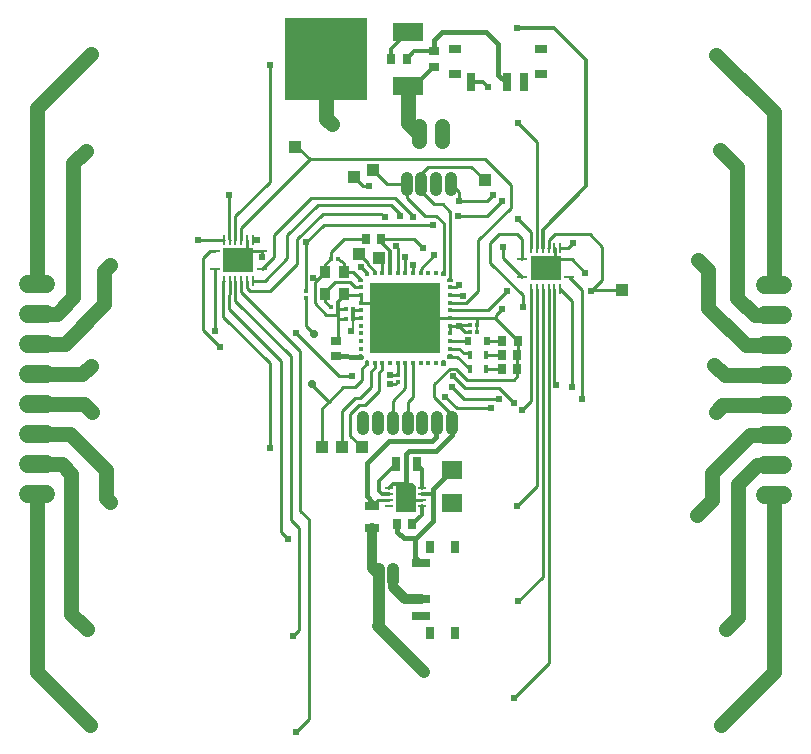
<source format=gbl>
G75*
%MOIN*%
%OFA0B0*%
%FSLAX24Y24*%
%IPPOS*%
%LPD*%
%AMOC8*
5,1,8,0,0,1.08239X$1,22.5*
%
%ADD10C,0.0052*%
%ADD11R,0.0177X0.0130*%
%ADD12R,0.0130X0.0177*%
%ADD13R,0.2362X0.2362*%
%ADD14R,0.0335X0.0110*%
%ADD15R,0.0110X0.0335*%
%ADD16R,0.1004X0.0807*%
%ADD17R,0.0118X0.0118*%
%ADD18R,0.0354X0.0394*%
%ADD19C,0.0397*%
%ADD20R,0.0276X0.0354*%
%ADD21R,0.0354X0.0276*%
%ADD22R,0.0236X0.0315*%
%ADD23R,0.0138X0.0315*%
%ADD24C,0.0515*%
%ADD25R,0.0266X0.0098*%
%ADD26C,0.0004*%
%ADD27R,0.0472X0.0315*%
%ADD28R,0.0709X0.0630*%
%ADD29R,0.0591X0.0276*%
%ADD30R,0.0315X0.0394*%
%ADD31R,0.0315X0.0472*%
%ADD32R,0.0276X0.0591*%
%ADD33R,0.0394X0.0315*%
%ADD34R,0.0984X0.0591*%
%ADD35R,0.2756X0.2756*%
%ADD36R,0.0394X0.0394*%
%ADD37C,0.0600*%
%ADD38C,0.0160*%
%ADD39C,0.0100*%
%ADD40C,0.0240*%
%ADD41C,0.0120*%
%ADD42C,0.0060*%
%ADD43C,0.0080*%
%ADD44OC8,0.0240*%
%ADD45C,0.0320*%
%ADD46C,0.0400*%
%ADD47C,0.0396*%
%ADD48C,0.0500*%
D10*
X012473Y016475D02*
X012473Y016599D01*
X012473Y016475D02*
X012395Y016475D01*
X012395Y016599D01*
X012473Y016599D01*
X012473Y016526D02*
X012395Y016526D01*
X012395Y016577D02*
X012473Y016577D01*
X012285Y016710D02*
X012161Y016710D01*
X012161Y016788D01*
X012285Y016788D01*
X012285Y016710D01*
X012285Y016761D02*
X012161Y016761D01*
X012161Y019269D02*
X012285Y019269D01*
X012161Y019269D02*
X012161Y019347D01*
X012285Y019347D01*
X012285Y019269D01*
X012285Y019320D02*
X012161Y019320D01*
X012395Y019457D02*
X012395Y019581D01*
X012473Y019581D01*
X012473Y019457D01*
X012395Y019457D01*
X012395Y019508D02*
X012473Y019508D01*
X012473Y019559D02*
X012395Y019559D01*
X014954Y019581D02*
X014954Y019457D01*
X014954Y019581D02*
X015032Y019581D01*
X015032Y019457D01*
X014954Y019457D01*
X014954Y019508D02*
X015032Y019508D01*
X015032Y019559D02*
X014954Y019559D01*
X015143Y019347D02*
X015267Y019347D01*
X015267Y019269D01*
X015143Y019269D01*
X015143Y019347D01*
X015143Y019320D02*
X015267Y019320D01*
X015267Y016788D02*
X015143Y016788D01*
X015267Y016788D02*
X015267Y016710D01*
X015143Y016710D01*
X015143Y016788D01*
X015143Y016761D02*
X015267Y016761D01*
X015032Y016599D02*
X015032Y016475D01*
X014954Y016475D01*
X014954Y016599D01*
X015032Y016599D01*
X015032Y016526D02*
X014954Y016526D01*
X014954Y016577D02*
X015032Y016577D01*
D11*
X015205Y017004D03*
X015205Y017260D03*
X015205Y017516D03*
X015205Y017772D03*
X015205Y018028D03*
X015205Y018284D03*
X015205Y018540D03*
X015205Y018796D03*
X015205Y019052D03*
X012223Y019052D03*
X012223Y018796D03*
X012223Y018540D03*
X012223Y018284D03*
X012223Y018028D03*
X012223Y017772D03*
X012223Y017516D03*
X012223Y017260D03*
X012223Y017004D03*
D12*
X012690Y016537D03*
X012946Y016537D03*
X013202Y016537D03*
X013458Y016537D03*
X013714Y016537D03*
X013970Y016537D03*
X014226Y016537D03*
X014481Y016537D03*
X014737Y016537D03*
X014737Y019519D03*
X014481Y019519D03*
X014226Y019519D03*
X013970Y019519D03*
X013714Y019519D03*
X013458Y019519D03*
X013202Y019519D03*
X012946Y019519D03*
X012690Y019519D03*
D13*
X013714Y018028D03*
D14*
X017616Y019393D03*
X017616Y019983D03*
X019171Y019983D03*
X019171Y019393D03*
X008931Y019663D03*
X008931Y020253D03*
X007376Y020253D03*
X007376Y019663D03*
D15*
X007662Y019269D03*
X007859Y019269D03*
X008055Y019269D03*
X008252Y019269D03*
X008449Y019269D03*
X008646Y019269D03*
X008646Y020637D03*
X008449Y020637D03*
X008252Y020637D03*
X008055Y020637D03*
X007859Y020637D03*
X007662Y020637D03*
X017902Y020367D03*
X018099Y020367D03*
X018295Y020367D03*
X018492Y020367D03*
X018689Y020367D03*
X018886Y020367D03*
X018886Y018999D03*
X018689Y018999D03*
X018492Y018999D03*
X018295Y018999D03*
X018099Y018999D03*
X017902Y018999D03*
D16*
X018394Y019689D03*
X008154Y019959D03*
D17*
X010415Y018932D03*
X010415Y018695D03*
X011223Y018414D03*
X011467Y018414D03*
X011725Y018334D03*
X011969Y018334D03*
X011968Y017988D03*
X011724Y017988D03*
X013468Y016145D03*
X013468Y015909D03*
X015865Y017582D03*
X015871Y017806D03*
X016115Y017806D03*
X016109Y017582D03*
X011483Y020008D03*
X011239Y020008D03*
D18*
X011048Y019571D03*
X011658Y019571D03*
X011658Y018842D03*
X011048Y018842D03*
D19*
X013763Y022301D02*
X013763Y022698D01*
X014255Y022698D02*
X014255Y022301D01*
X014747Y022301D02*
X014747Y022698D01*
X015239Y022698D02*
X015239Y022301D01*
X015273Y014741D02*
X015273Y014344D01*
X014781Y014344D02*
X014781Y014741D01*
X014289Y014741D02*
X014289Y014344D01*
X013797Y014344D02*
X013797Y014741D01*
X013305Y014741D02*
X013305Y014344D01*
X012813Y014344D02*
X012813Y014741D01*
X012321Y014741D02*
X012321Y014344D01*
X012826Y009670D02*
X012826Y009274D01*
X013318Y009274D02*
X013318Y009670D01*
D20*
X013442Y011159D03*
X013954Y011159D03*
X016938Y016318D03*
X016938Y016798D03*
X016948Y017268D03*
X017460Y017268D03*
X017450Y016798D03*
X017450Y016318D03*
X012915Y020671D03*
X012403Y020671D03*
X013245Y026681D03*
X013757Y026681D03*
D21*
X014674Y026925D03*
X014674Y026413D03*
X011413Y017264D03*
X011413Y016752D03*
D22*
X015819Y017268D03*
X016449Y017268D03*
D23*
X016409Y016798D03*
X016409Y016318D03*
X015858Y016318D03*
X015858Y016798D03*
D24*
X014945Y023918D02*
X014945Y024433D01*
X014158Y024433D02*
X014158Y023918D01*
D25*
X014270Y012353D03*
X014270Y012157D03*
X014270Y011960D03*
X014270Y011763D03*
X013158Y011763D03*
X013158Y011960D03*
X013158Y012157D03*
X013158Y012353D03*
D26*
X013391Y012353D02*
X014037Y012353D01*
X014037Y012351D02*
X013391Y012351D01*
X013391Y012348D02*
X014037Y012348D01*
X014037Y012346D02*
X013391Y012346D01*
X013391Y012344D02*
X014037Y012344D01*
X014037Y012341D02*
X013391Y012341D01*
X013391Y012339D02*
X014037Y012339D01*
X014037Y012336D02*
X013391Y012336D01*
X013391Y012334D02*
X014037Y012334D01*
X014037Y012331D02*
X013391Y012331D01*
X013391Y012329D02*
X014037Y012329D01*
X014037Y012327D02*
X013391Y012327D01*
X013391Y012324D02*
X014037Y012324D01*
X014037Y012322D02*
X013391Y012322D01*
X013391Y012319D02*
X014037Y012319D01*
X014037Y012317D02*
X013391Y012317D01*
X013391Y012314D02*
X014037Y012314D01*
X014037Y012312D02*
X013391Y012312D01*
X013391Y012309D02*
X014037Y012309D01*
X014037Y012307D02*
X013391Y012307D01*
X013391Y012305D02*
X014037Y012305D01*
X014037Y012302D02*
X013391Y012302D01*
X013391Y012300D02*
X014037Y012300D01*
X014037Y012297D02*
X013391Y012297D01*
X013391Y012295D02*
X014037Y012295D01*
X014037Y012292D02*
X013391Y012292D01*
X013391Y012290D02*
X014037Y012290D01*
X014037Y012288D02*
X013391Y012288D01*
X013391Y012285D02*
X014037Y012285D01*
X014037Y012283D02*
X013391Y012283D01*
X013391Y012280D02*
X014037Y012280D01*
X014037Y012278D02*
X013391Y012278D01*
X013391Y012275D02*
X014037Y012275D01*
X014037Y012273D02*
X013391Y012273D01*
X013391Y012270D02*
X014037Y012270D01*
X014037Y012268D02*
X013391Y012268D01*
X013391Y012266D02*
X014037Y012266D01*
X014037Y012263D02*
X013391Y012263D01*
X013391Y012261D02*
X014037Y012261D01*
X014037Y012258D02*
X013391Y012258D01*
X013391Y012256D02*
X014037Y012256D01*
X014037Y012253D02*
X013391Y012253D01*
X013391Y012251D02*
X014037Y012251D01*
X014037Y012249D02*
X013391Y012249D01*
X013391Y012246D02*
X014037Y012246D01*
X014037Y012244D02*
X013391Y012244D01*
X013391Y012241D02*
X014037Y012241D01*
X014037Y012239D02*
X013391Y012239D01*
X013391Y012236D02*
X014037Y012236D01*
X014037Y012234D02*
X013391Y012234D01*
X013391Y012231D02*
X014037Y012231D01*
X014037Y012229D02*
X013391Y012229D01*
X013391Y012227D02*
X014037Y012227D01*
X014037Y012224D02*
X013391Y012224D01*
X013391Y012222D02*
X014037Y012222D01*
X014037Y012219D02*
X013391Y012219D01*
X013391Y012217D02*
X014037Y012217D01*
X014037Y012214D02*
X013391Y012214D01*
X013391Y012212D02*
X014037Y012212D01*
X014037Y012210D02*
X013391Y012210D01*
X013391Y012207D02*
X014037Y012207D01*
X014037Y012205D02*
X013391Y012205D01*
X013391Y012202D02*
X014037Y012202D01*
X014037Y012200D02*
X013391Y012200D01*
X013391Y012197D02*
X014037Y012197D01*
X014037Y012195D02*
X013391Y012195D01*
X013391Y012192D02*
X014037Y012192D01*
X014037Y012190D02*
X013391Y012190D01*
X013391Y012188D02*
X014037Y012188D01*
X014037Y012185D02*
X013391Y012185D01*
X013391Y012183D02*
X014037Y012183D01*
X014037Y012180D02*
X013391Y012180D01*
X013391Y012178D02*
X014037Y012178D01*
X014037Y012175D02*
X013391Y012175D01*
X013391Y012173D02*
X014037Y012173D01*
X014037Y012171D02*
X013391Y012171D01*
X013391Y012168D02*
X014037Y012168D01*
X014037Y012166D02*
X013391Y012166D01*
X013391Y012163D02*
X014037Y012163D01*
X014037Y012161D02*
X013391Y012161D01*
X013391Y012158D02*
X014037Y012158D01*
X014037Y012156D02*
X013391Y012156D01*
X013391Y012153D02*
X014037Y012153D01*
X014037Y012151D02*
X013391Y012151D01*
X013391Y012149D02*
X014037Y012149D01*
X014037Y012146D02*
X013391Y012146D01*
X013391Y012144D02*
X014037Y012144D01*
X014037Y012141D02*
X013391Y012141D01*
X013391Y012139D02*
X014037Y012139D01*
X014037Y012136D02*
X013391Y012136D01*
X013391Y012134D02*
X014037Y012134D01*
X014037Y012132D02*
X013391Y012132D01*
X013391Y012129D02*
X014037Y012129D01*
X014037Y012127D02*
X013391Y012127D01*
X013391Y012124D02*
X014037Y012124D01*
X014037Y012122D02*
X013391Y012122D01*
X013391Y012119D02*
X014037Y012119D01*
X014037Y012117D02*
X013391Y012117D01*
X013391Y012115D02*
X014037Y012115D01*
X014037Y012112D02*
X013391Y012112D01*
X013391Y012110D02*
X014037Y012110D01*
X014037Y012107D02*
X013391Y012107D01*
X013391Y012105D02*
X014037Y012105D01*
X014037Y012102D02*
X013391Y012102D01*
X013391Y012100D02*
X014037Y012100D01*
X014037Y012097D02*
X013391Y012097D01*
X013391Y012095D02*
X014037Y012095D01*
X014037Y012093D02*
X013391Y012093D01*
X013391Y012090D02*
X014037Y012090D01*
X014037Y012088D02*
X013391Y012088D01*
X013391Y012085D02*
X014037Y012085D01*
X014037Y012083D02*
X013391Y012083D01*
X013391Y012080D02*
X014037Y012080D01*
X014037Y012078D02*
X013391Y012078D01*
X013391Y012076D02*
X014037Y012076D01*
X014037Y012073D02*
X013391Y012073D01*
X013391Y012071D02*
X014037Y012071D01*
X014037Y012068D02*
X013391Y012068D01*
X013391Y012066D02*
X014037Y012066D01*
X014037Y012063D02*
X013391Y012063D01*
X013391Y012061D02*
X014037Y012061D01*
X014037Y012058D02*
X013391Y012058D01*
X013391Y012056D02*
X014037Y012056D01*
X014037Y012054D02*
X013391Y012054D01*
X013391Y012051D02*
X014037Y012051D01*
X014037Y012049D02*
X013391Y012049D01*
X013391Y012046D02*
X014037Y012046D01*
X014037Y012044D02*
X013391Y012044D01*
X013391Y012041D02*
X014037Y012041D01*
X014037Y012039D02*
X013391Y012039D01*
X013391Y012037D02*
X014037Y012037D01*
X014037Y012034D02*
X013391Y012034D01*
X013391Y012032D02*
X014037Y012032D01*
X014037Y012029D02*
X013391Y012029D01*
X013391Y012027D02*
X014037Y012027D01*
X014037Y012024D02*
X013391Y012024D01*
X013391Y012022D02*
X014037Y012022D01*
X014037Y012019D02*
X013391Y012019D01*
X013391Y012017D02*
X014037Y012017D01*
X014037Y012015D02*
X013391Y012015D01*
X013391Y012012D02*
X014037Y012012D01*
X014037Y012010D02*
X013391Y012010D01*
X013391Y012007D02*
X014037Y012007D01*
X014037Y012005D02*
X013391Y012005D01*
X013391Y012002D02*
X014037Y012002D01*
X014037Y012000D02*
X013391Y012000D01*
X013391Y011998D02*
X014037Y011998D01*
X014037Y011995D02*
X013391Y011995D01*
X013391Y011993D02*
X014037Y011993D01*
X014037Y011990D02*
X013391Y011990D01*
X013391Y011988D02*
X014037Y011988D01*
X014037Y011985D02*
X013391Y011985D01*
X013391Y011983D02*
X014037Y011983D01*
X014037Y011980D02*
X013391Y011980D01*
X013391Y011978D02*
X014037Y011978D01*
X014037Y011976D02*
X013391Y011976D01*
X013391Y011973D02*
X014037Y011973D01*
X014037Y011971D02*
X013391Y011971D01*
X013391Y011968D02*
X014037Y011968D01*
X014037Y011966D02*
X013391Y011966D01*
X013391Y011963D02*
X014037Y011963D01*
X014037Y011961D02*
X013391Y011961D01*
X013391Y011959D02*
X014037Y011959D01*
X014037Y011956D02*
X013391Y011956D01*
X013391Y011954D02*
X014037Y011954D01*
X014037Y011951D02*
X013391Y011951D01*
X013391Y011949D02*
X014037Y011949D01*
X014037Y011946D02*
X013391Y011946D01*
X013391Y011944D02*
X014037Y011944D01*
X014037Y011941D02*
X013391Y011941D01*
X013391Y011939D02*
X014037Y011939D01*
X014037Y011937D02*
X013391Y011937D01*
X013391Y011934D02*
X014037Y011934D01*
X014037Y011932D02*
X013391Y011932D01*
X013391Y011929D02*
X014037Y011929D01*
X014037Y011927D02*
X013391Y011927D01*
X013391Y011924D02*
X014037Y011924D01*
X014037Y011922D02*
X013391Y011922D01*
X013391Y011920D02*
X014037Y011920D01*
X014037Y011917D02*
X013391Y011917D01*
X013391Y011915D02*
X014037Y011915D01*
X014037Y011912D02*
X013391Y011912D01*
X013391Y011910D02*
X014037Y011910D01*
X014037Y011907D02*
X013391Y011907D01*
X013391Y011905D02*
X014037Y011905D01*
X014037Y011902D02*
X013391Y011902D01*
X013391Y011900D02*
X014037Y011900D01*
X014037Y011898D02*
X013391Y011898D01*
X013391Y011895D02*
X014037Y011895D01*
X014037Y011893D02*
X013391Y011893D01*
X013391Y011890D02*
X014037Y011890D01*
X014037Y011888D02*
X013391Y011888D01*
X013391Y011885D02*
X014037Y011885D01*
X014037Y011883D02*
X013391Y011883D01*
X013391Y011881D02*
X014037Y011881D01*
X014037Y011878D02*
X013391Y011878D01*
X013391Y011876D02*
X014037Y011876D01*
X014037Y011873D02*
X013391Y011873D01*
X013391Y011871D02*
X014037Y011871D01*
X014037Y011868D02*
X013391Y011868D01*
X013391Y011866D02*
X014037Y011866D01*
X014037Y011863D02*
X013391Y011863D01*
X013391Y011861D02*
X014037Y011861D01*
X014037Y011859D02*
X013391Y011859D01*
X013391Y011856D02*
X014037Y011856D01*
X014037Y011854D02*
X013391Y011854D01*
X013391Y011851D02*
X014037Y011851D01*
X014037Y011849D02*
X013391Y011849D01*
X013391Y011846D02*
X014037Y011846D01*
X014037Y011844D02*
X013391Y011844D01*
X013391Y011842D02*
X014037Y011842D01*
X014037Y011839D02*
X013391Y011839D01*
X013391Y011837D02*
X014037Y011837D01*
X014037Y011834D02*
X013391Y011834D01*
X013391Y011832D02*
X014037Y011832D01*
X014037Y011829D02*
X013391Y011829D01*
X013391Y011827D02*
X014037Y011827D01*
X014037Y011824D02*
X013391Y011824D01*
X013391Y011822D02*
X014037Y011822D01*
X014037Y011820D02*
X013391Y011820D01*
X013391Y011817D02*
X014037Y011817D01*
X014037Y011815D02*
X013391Y011815D01*
X013391Y011812D02*
X014037Y011812D01*
X014037Y011810D02*
X013391Y011810D01*
X013391Y011807D02*
X014037Y011807D01*
X014037Y011805D02*
X013391Y011805D01*
X013391Y011803D02*
X014037Y011803D01*
X014037Y011800D02*
X013391Y011800D01*
X013391Y011798D02*
X014037Y011798D01*
X014037Y011795D02*
X013391Y011795D01*
X013391Y011793D02*
X014037Y011793D01*
X014037Y011790D02*
X013391Y011790D01*
X013391Y011788D02*
X014037Y011788D01*
X014037Y011785D02*
X013391Y011785D01*
X013391Y011783D02*
X014037Y011783D01*
X014037Y011781D02*
X013391Y011781D01*
X013391Y011778D02*
X014037Y011778D01*
X014037Y011776D02*
X013391Y011776D01*
X013391Y011773D02*
X014037Y011773D01*
X014037Y011771D02*
X013391Y011771D01*
X013391Y011768D02*
X014037Y011768D01*
X014037Y011766D02*
X013391Y011766D01*
X013391Y011764D02*
X014037Y011764D01*
X014037Y011761D02*
X013391Y011761D01*
X013391Y011759D02*
X014037Y011759D01*
X014037Y011756D02*
X013391Y011756D01*
X013391Y011754D02*
X014037Y011754D01*
X014037Y011751D02*
X013391Y011751D01*
X013391Y011749D02*
X014037Y011749D01*
X014037Y011746D02*
X013391Y011746D01*
X013391Y011744D02*
X014037Y011744D01*
X014037Y011742D02*
X013391Y011742D01*
X013391Y011739D02*
X014037Y011739D01*
X014037Y011737D02*
X013391Y011737D01*
X013391Y011734D02*
X014037Y011734D01*
X014037Y011732D02*
X013391Y011732D01*
X013391Y011729D02*
X014037Y011729D01*
X014037Y011727D02*
X013391Y011727D01*
X013391Y011725D02*
X014037Y011725D01*
X014037Y011722D02*
X013391Y011722D01*
X013391Y011720D02*
X014037Y011720D01*
X014037Y011717D02*
X013391Y011717D01*
X013391Y011715D02*
X014037Y011715D01*
X014037Y011712D02*
X013391Y011712D01*
X013391Y011710D02*
X014037Y011710D01*
X014037Y011707D02*
X013391Y011707D01*
X013391Y011705D02*
X014037Y011705D01*
X014037Y011703D02*
X013391Y011703D01*
X013391Y011700D02*
X014037Y011700D01*
X014037Y011698D02*
X013391Y011698D01*
X013391Y011695D02*
X014037Y011695D01*
X014037Y011693D02*
X013391Y011693D01*
X013391Y011690D02*
X014037Y011690D01*
X014037Y011688D02*
X013391Y011688D01*
X013391Y011686D02*
X014037Y011686D01*
X014037Y011683D02*
X013391Y011683D01*
X013391Y011681D02*
X014037Y011681D01*
X014037Y011678D02*
X013391Y011678D01*
X013391Y011676D02*
X014037Y011676D01*
X014037Y011673D02*
X013391Y011673D01*
X013391Y011671D02*
X014037Y011671D01*
X014037Y011668D02*
X013391Y011668D01*
X013391Y011666D02*
X014037Y011666D01*
X014037Y011664D02*
X013391Y011664D01*
X013391Y011661D02*
X014037Y011661D01*
X014037Y011659D02*
X013391Y011659D01*
X013391Y011656D02*
X014037Y011656D01*
X014037Y011654D02*
X013391Y011654D01*
X013391Y011651D02*
X014037Y011651D01*
X014037Y011649D02*
X013391Y011649D01*
X013391Y011647D02*
X014037Y011647D01*
X014037Y011644D02*
X013391Y011644D01*
X013391Y011642D02*
X014037Y011642D01*
X014037Y011639D02*
X013391Y011639D01*
X013391Y011637D02*
X014037Y011637D01*
X014037Y011634D02*
X013391Y011634D01*
X013391Y011632D02*
X014037Y011632D01*
X014037Y011629D02*
X013391Y011629D01*
X013391Y011627D02*
X014037Y011627D01*
X014037Y011625D02*
X013391Y011625D01*
X013391Y011622D02*
X014037Y011622D01*
X014037Y011620D02*
X013391Y011620D01*
X013391Y011617D02*
X014037Y011617D01*
X014037Y011615D02*
X013391Y011615D01*
X013391Y011612D02*
X014037Y011612D01*
X014037Y011610D02*
X013391Y011610D01*
X013391Y011608D02*
X014037Y011608D01*
X014037Y011605D02*
X013391Y011605D01*
X013391Y011603D02*
X014037Y011603D01*
X014037Y011600D02*
X013391Y011600D01*
X013391Y011598D02*
X014037Y011598D01*
X014037Y011595D02*
X013391Y011595D01*
X013391Y011593D02*
X014037Y011593D01*
X014037Y011590D02*
X013391Y011590D01*
X014037Y011590D01*
X014037Y012424D01*
X013391Y012424D01*
X013391Y012422D02*
X014037Y012422D01*
X014037Y012424D02*
X013934Y012527D01*
X013391Y012527D01*
X013391Y011590D01*
X013391Y012356D02*
X014037Y012356D01*
X014037Y012358D02*
X013391Y012358D01*
X013391Y012361D02*
X014037Y012361D01*
X014037Y012363D02*
X013391Y012363D01*
X013391Y012366D02*
X014037Y012366D01*
X014037Y012368D02*
X013391Y012368D01*
X013391Y012370D02*
X014037Y012370D01*
X014037Y012373D02*
X013391Y012373D01*
X013391Y012375D02*
X014037Y012375D01*
X014037Y012378D02*
X013391Y012378D01*
X013391Y012380D02*
X014037Y012380D01*
X014037Y012383D02*
X013391Y012383D01*
X013391Y012385D02*
X014037Y012385D01*
X014037Y012387D02*
X013391Y012387D01*
X013391Y012390D02*
X014037Y012390D01*
X014037Y012392D02*
X013391Y012392D01*
X013391Y012395D02*
X014037Y012395D01*
X014037Y012397D02*
X013391Y012397D01*
X013391Y012400D02*
X014037Y012400D01*
X014037Y012402D02*
X013391Y012402D01*
X013391Y012405D02*
X014037Y012405D01*
X014037Y012407D02*
X013391Y012407D01*
X013391Y012409D02*
X014037Y012409D01*
X014037Y012412D02*
X013391Y012412D01*
X013391Y012414D02*
X014037Y012414D01*
X014037Y012417D02*
X013391Y012417D01*
X013391Y012419D02*
X014037Y012419D01*
X014034Y012426D02*
X013391Y012426D01*
X013391Y012429D02*
X014032Y012429D01*
X014030Y012431D02*
X013391Y012431D01*
X013391Y012434D02*
X014027Y012434D01*
X014025Y012436D02*
X013391Y012436D01*
X013391Y012439D02*
X014022Y012439D01*
X014020Y012441D02*
X013391Y012441D01*
X013391Y012444D02*
X014017Y012444D01*
X014015Y012446D02*
X013391Y012446D01*
X013391Y012448D02*
X014012Y012448D01*
X014010Y012451D02*
X013391Y012451D01*
X013391Y012453D02*
X014008Y012453D01*
X014005Y012456D02*
X013391Y012456D01*
X013391Y012458D02*
X014003Y012458D01*
X014000Y012461D02*
X013391Y012461D01*
X013391Y012463D02*
X013998Y012463D01*
X013995Y012465D02*
X013391Y012465D01*
X013391Y012468D02*
X013993Y012468D01*
X013991Y012470D02*
X013391Y012470D01*
X013391Y012473D02*
X013988Y012473D01*
X013986Y012475D02*
X013391Y012475D01*
X013391Y012478D02*
X013983Y012478D01*
X013981Y012480D02*
X013391Y012480D01*
X013391Y012483D02*
X013978Y012483D01*
X013976Y012485D02*
X013391Y012485D01*
X013391Y012487D02*
X013973Y012487D01*
X013971Y012490D02*
X013391Y012490D01*
X013391Y012492D02*
X013969Y012492D01*
X013966Y012495D02*
X013391Y012495D01*
X013391Y012497D02*
X013964Y012497D01*
X013961Y012500D02*
X013391Y012500D01*
X013391Y012502D02*
X013959Y012502D01*
X013956Y012504D02*
X013391Y012504D01*
X013391Y012507D02*
X013954Y012507D01*
X013952Y012509D02*
X013391Y012509D01*
X013391Y012512D02*
X013949Y012512D01*
X013947Y012514D02*
X013391Y012514D01*
X013391Y012517D02*
X013944Y012517D01*
X013942Y012519D02*
X013391Y012519D01*
X013391Y012522D02*
X013939Y012522D01*
X013937Y012524D02*
X013391Y012524D01*
X013391Y012526D02*
X013934Y012526D01*
D27*
X012618Y011758D03*
X012618Y011049D03*
D28*
X015287Y011872D03*
X015287Y012974D03*
D29*
X014254Y009857D03*
X014254Y008676D03*
X014254Y008085D03*
D30*
X014530Y007534D03*
X015357Y007534D03*
X015357Y010408D03*
X014530Y010408D03*
D31*
X014108Y013158D03*
X013399Y013158D03*
D32*
X015911Y025883D03*
X017092Y025883D03*
X017682Y025883D03*
D33*
X018233Y026158D03*
X018233Y026985D03*
X015359Y026985D03*
X015359Y026158D03*
D34*
X013800Y025756D03*
X013800Y027567D03*
D35*
X011084Y026661D03*
D36*
X010029Y023744D03*
X012021Y022716D03*
X012655Y022960D03*
X012186Y020181D03*
X012832Y020035D03*
X016359Y022626D03*
X020926Y018952D03*
X012257Y013724D03*
X011592Y013720D03*
X010942Y013724D03*
D37*
X001750Y014161D02*
X001150Y014161D01*
X001150Y015161D02*
X001750Y015161D01*
X001750Y016161D02*
X001150Y016161D01*
X001150Y017161D02*
X001750Y017161D01*
X001750Y018161D02*
X001150Y018161D01*
X001150Y019161D02*
X001750Y019161D01*
X001750Y013161D02*
X001150Y013161D01*
X001150Y012161D02*
X001750Y012161D01*
X025713Y012118D02*
X026313Y012118D01*
X026313Y013118D02*
X025713Y013118D01*
X025713Y014118D02*
X026313Y014118D01*
X026313Y015118D02*
X025713Y015118D01*
X025713Y016118D02*
X026313Y016118D01*
X026313Y017118D02*
X025713Y017118D01*
X025713Y018118D02*
X026313Y018118D01*
X026313Y019118D02*
X025713Y019118D01*
D38*
X017075Y025883D02*
X016816Y026141D01*
X016816Y027157D01*
X016411Y027563D01*
X014946Y027563D01*
X014674Y027291D01*
X014674Y026925D01*
X011658Y018842D02*
X011704Y018796D01*
X011413Y016752D02*
X012223Y016749D01*
X014733Y014495D02*
X014733Y014055D01*
X014604Y013925D01*
X013163Y013925D01*
X012430Y013193D01*
X012430Y012098D01*
X012618Y011911D01*
X012618Y011758D01*
X013442Y011159D02*
X013442Y011159D01*
X013442Y010905D01*
X013663Y010685D01*
X014044Y010685D01*
X014044Y010067D01*
X014254Y009857D01*
X014072Y010685D02*
X014044Y010685D01*
X014072Y010685D02*
X014655Y011267D01*
X014655Y012153D01*
X014651Y012334D01*
X015287Y012974D01*
X014733Y013586D02*
X015273Y014122D01*
X015273Y014542D01*
X015273Y014543D01*
X014781Y014543D02*
X014733Y014495D01*
X014733Y013586D02*
X013832Y013586D01*
X013734Y013492D01*
X013734Y012488D01*
X013734Y012353D01*
D39*
X013734Y011968D01*
X013852Y011968D01*
X013852Y011960D01*
X014270Y011960D01*
X014270Y011960D01*
X015105Y012864D02*
X015287Y012974D01*
X015273Y014543D02*
X015273Y014788D01*
X014674Y015388D01*
X014674Y015828D01*
X015194Y016348D01*
X015394Y016348D01*
X015764Y015978D01*
X017344Y015978D01*
X017454Y016088D01*
X017454Y016314D01*
X017450Y016318D01*
X017450Y016798D01*
X017460Y016808D01*
X017460Y017268D01*
X016700Y018028D01*
X016119Y018028D01*
X016115Y018024D01*
X016115Y017806D01*
X016119Y018028D02*
X015205Y018028D01*
X015195Y018018D01*
X014314Y018018D01*
X013792Y018540D01*
X012223Y018540D01*
X012223Y018796D01*
X011704Y018796D01*
X012051Y019052D02*
X011883Y019220D01*
X011356Y019220D01*
X011048Y018912D01*
X011048Y018842D02*
X011048Y018564D01*
X011223Y018414D01*
X011467Y018414D02*
X011467Y018334D01*
X011725Y018334D01*
X011969Y018334D02*
X011969Y018284D01*
X012223Y018284D01*
X012223Y018028D02*
X011968Y018028D01*
X011968Y017988D01*
X011724Y017988D02*
X011456Y017988D01*
X011456Y018138D01*
X011084Y018138D01*
X010704Y018518D01*
X010704Y019227D01*
X010804Y019327D01*
X010684Y019327D01*
X010654Y019358D01*
X010804Y019327D02*
X011048Y019571D01*
X011048Y019844D01*
X011239Y020008D01*
X011254Y020011D01*
X011254Y020238D01*
X011685Y020669D01*
X012403Y020671D01*
X012186Y020181D02*
X012489Y019878D01*
X012489Y019799D01*
X012690Y019598D01*
X012690Y019519D01*
X012434Y019519D02*
X012434Y019531D01*
X012226Y019740D01*
X011960Y019571D02*
X011658Y019571D01*
X011658Y019861D01*
X011483Y020008D01*
X011960Y019571D02*
X012223Y019308D01*
X012223Y019052D02*
X012051Y019052D01*
X012946Y019519D02*
X012946Y019874D01*
X012832Y020035D01*
X012915Y020671D02*
X014001Y020671D01*
X014294Y020378D01*
X014684Y020138D02*
X014226Y019680D01*
X014226Y019519D01*
X013970Y019519D02*
X013970Y019814D01*
X013974Y019788D01*
X013714Y019519D02*
X013714Y020078D01*
X013458Y020374D02*
X013458Y019519D01*
X013458Y020374D02*
X013414Y020418D01*
X013544Y021448D02*
X013544Y021488D01*
X013230Y021806D01*
X010804Y021806D01*
X009784Y020786D01*
X009784Y020018D01*
X009035Y019269D01*
X008646Y019269D01*
X008454Y019264D02*
X008454Y019028D01*
X008553Y018929D01*
X009191Y018929D01*
X010114Y019848D01*
X010114Y020658D01*
X010964Y021508D01*
X012914Y021508D01*
X013024Y021398D01*
X013364Y022048D02*
X013974Y021438D01*
X013974Y021408D01*
X014356Y021448D02*
X013767Y022037D01*
X013763Y022500D01*
X013115Y022500D01*
X012655Y022960D01*
X012517Y022417D02*
X012320Y022417D01*
X012021Y022716D01*
X013364Y022048D02*
X010584Y022048D01*
X009324Y020788D01*
X009324Y020055D01*
X008931Y019663D01*
X008934Y020058D02*
X008934Y020236D01*
X008924Y020246D01*
X008931Y020253D01*
X008930Y020252D01*
X008548Y020252D01*
X008449Y020351D01*
X008449Y020637D01*
X008252Y020637D02*
X008252Y021038D01*
X010533Y023319D01*
X010107Y023744D01*
X010029Y023744D01*
X010533Y023319D02*
X016374Y023319D01*
X017228Y022465D01*
X017224Y021687D01*
X016155Y020618D01*
X016155Y018939D01*
X015734Y018518D01*
X015227Y018518D01*
X015205Y018540D01*
X015209Y018288D02*
X016464Y018288D01*
X017104Y018928D01*
X017624Y018808D02*
X016554Y019878D01*
X016554Y020528D01*
X016844Y020818D01*
X017454Y020818D01*
X017616Y020656D01*
X017616Y019983D01*
X017559Y019983D01*
X017902Y020367D02*
X017902Y020900D01*
X017484Y021318D01*
X016944Y021938D02*
X016444Y021438D01*
X015484Y021438D01*
X015210Y021578D02*
X015210Y019313D01*
X015205Y019308D01*
X015230Y019333D01*
X015205Y019052D02*
X015417Y019052D01*
X015494Y019128D01*
X015596Y018806D02*
X015205Y018796D01*
X015596Y018806D02*
X015624Y018778D01*
X015209Y018288D02*
X015205Y018284D01*
X015205Y017772D02*
X015488Y017772D01*
X015494Y017778D01*
X015521Y017806D01*
X015871Y017806D01*
X015865Y017582D02*
X015690Y017582D01*
X015494Y017778D01*
X015205Y017772D02*
X015205Y017516D01*
X015205Y017260D02*
X015811Y017260D01*
X015819Y017268D01*
X015508Y017004D02*
X015659Y016854D01*
X015802Y016854D01*
X015858Y016798D01*
X015508Y017004D02*
X015205Y017004D01*
X015205Y016749D02*
X015428Y016749D01*
X015858Y016318D01*
X015294Y016108D02*
X015704Y015698D01*
X016834Y015698D01*
X017324Y015208D01*
X017604Y014958D02*
X017902Y015256D01*
X017902Y018999D01*
X018099Y018999D02*
X018099Y012433D01*
X017434Y011768D01*
X018295Y009400D02*
X017484Y008588D01*
X018295Y009400D02*
X018295Y018999D01*
X018492Y018999D02*
X018492Y006517D01*
X017354Y005378D01*
X010514Y004658D02*
X010514Y011318D01*
X010218Y011614D01*
X010218Y016948D01*
X008252Y018913D01*
X008252Y019269D01*
X008055Y019269D02*
X008055Y018614D01*
X009895Y016774D01*
X009895Y011291D01*
X010164Y011022D01*
X010164Y007618D01*
X009964Y007418D01*
X010514Y004658D02*
X010074Y004218D01*
X009794Y010678D02*
X009584Y010888D01*
X009584Y016108D01*
X009588Y016604D01*
X007855Y018338D01*
X007859Y019269D01*
X007662Y019269D02*
X007655Y019262D01*
X007655Y018067D01*
X009204Y016517D01*
X009204Y013708D01*
X010942Y013724D02*
X010942Y015019D01*
X011163Y015240D01*
X010611Y015791D01*
X010611Y015830D01*
X011163Y015240D02*
X011651Y015728D01*
X012048Y015728D01*
X012281Y015960D01*
X012281Y016354D01*
X012434Y016507D01*
X012434Y016537D01*
X012690Y016537D02*
X012690Y016381D01*
X012572Y016263D01*
X012572Y015728D01*
X012222Y015378D01*
X012041Y015378D01*
X011592Y014929D01*
X011592Y013720D01*
X011879Y014102D02*
X012257Y013724D01*
X011879Y014102D02*
X011879Y014842D01*
X012163Y015126D01*
X012375Y015126D01*
X012836Y015586D01*
X012836Y016212D01*
X012946Y016322D01*
X012946Y016537D01*
X013204Y016148D02*
X013465Y016148D01*
X013468Y016145D01*
X013468Y016527D01*
X013458Y016537D01*
X013714Y016537D02*
X013714Y015688D01*
X013305Y015279D01*
X013305Y014543D01*
X013784Y014548D02*
X013804Y014568D01*
X013804Y015248D01*
X013970Y015414D01*
X013970Y016537D01*
X013468Y015909D02*
X013377Y015818D01*
X013204Y015818D01*
X013784Y014548D02*
X013789Y014543D01*
X013797Y014543D01*
X015054Y015408D02*
X015444Y015018D01*
X016584Y015018D01*
X016834Y015318D02*
X015674Y015318D01*
X015274Y015718D01*
X016409Y016318D02*
X016938Y016318D01*
X016938Y016798D02*
X016409Y016798D01*
X016449Y017268D02*
X016948Y017268D01*
X016724Y018028D02*
X016724Y018124D01*
X016931Y018331D01*
X017634Y018388D02*
X017624Y018808D01*
X017616Y019393D02*
X016964Y020045D01*
X016964Y020408D01*
X018099Y020367D02*
X018099Y023903D01*
X017484Y024518D01*
X015922Y023063D02*
X014489Y023063D01*
X014255Y022828D01*
X014255Y022500D01*
X014259Y022230D01*
X014663Y021826D01*
X014962Y021826D01*
X015210Y021578D01*
X014993Y021200D02*
X014993Y019519D01*
X014994Y019520D01*
X014634Y021148D02*
X011004Y021148D01*
X010415Y020559D01*
X010415Y020551D01*
X010415Y020551D01*
X010415Y018932D01*
X010415Y018695D02*
X010415Y017767D01*
X010670Y017511D01*
X010073Y017522D02*
X011493Y016102D01*
X011493Y016098D01*
X011934Y016098D01*
X011454Y017250D02*
X011456Y017555D01*
X011456Y017988D01*
X011413Y017264D02*
X011454Y017250D01*
X008454Y019264D02*
X008449Y019269D01*
X007384Y019655D02*
X007384Y017588D01*
X006981Y017620D02*
X007544Y017058D01*
X006981Y017620D02*
X006981Y020027D01*
X007208Y020253D01*
X007376Y020253D01*
X007662Y020637D02*
X007661Y020638D01*
X006804Y020638D01*
X007376Y019663D02*
X007384Y019655D01*
X007859Y020637D02*
X007854Y020663D01*
X007854Y022118D01*
X008055Y021440D02*
X009194Y022578D01*
X009194Y026478D01*
X008055Y021440D02*
X008055Y020637D01*
X008646Y020637D02*
X008765Y020637D01*
X014356Y021448D02*
X014745Y021448D01*
X014993Y021200D01*
X015514Y021928D02*
X015514Y022225D01*
X015239Y022500D01*
X015514Y021928D02*
X016444Y021928D01*
X016654Y022138D01*
X016359Y022626D02*
X015922Y023063D01*
X018494Y020618D02*
X018494Y020369D01*
X018492Y020367D01*
X018484Y020376D01*
X018689Y020367D02*
X018694Y020363D01*
X018694Y020048D01*
X018759Y019983D01*
X019171Y019983D01*
X019258Y019983D01*
X019722Y019520D01*
X019594Y018970D02*
X019171Y019393D01*
X018886Y018999D02*
X019274Y018611D01*
X019274Y015738D01*
X019594Y015348D02*
X019594Y018970D01*
X019914Y018928D02*
X019938Y018952D01*
X020926Y018952D01*
X020284Y019298D02*
X019914Y018928D01*
X020284Y019298D02*
X020284Y020408D01*
X019864Y020828D01*
X018704Y020828D01*
X018494Y020618D01*
X018886Y020367D02*
X019135Y020368D01*
X019294Y020528D01*
X018689Y018999D02*
X018689Y015853D01*
X018754Y015788D01*
X013158Y011960D02*
X012820Y011960D01*
X012618Y011758D01*
D40*
X015305Y011927D03*
X017434Y011768D03*
X017484Y008588D03*
X017354Y005378D03*
X010074Y004218D03*
X009964Y007418D03*
X009794Y010678D03*
X009204Y013708D03*
X011934Y016098D03*
X013204Y016148D03*
X013204Y015818D03*
X015054Y015408D03*
X015274Y015718D03*
X015294Y016108D03*
X016584Y015018D03*
X016834Y015318D03*
X017324Y015208D03*
X017604Y014958D03*
X018754Y015788D03*
X019274Y015738D03*
X019594Y015348D03*
X017634Y018388D03*
X016931Y018331D03*
X017104Y018928D03*
X016964Y020408D03*
X017484Y021318D03*
X016944Y021938D03*
X016654Y022138D03*
X015514Y021928D03*
X015484Y021438D03*
X014634Y021148D03*
X013974Y021408D03*
X013544Y021448D03*
X013024Y021398D03*
X012517Y022417D03*
X013414Y020418D03*
X013714Y020078D03*
X013974Y019788D03*
X014294Y020378D03*
X014684Y020138D03*
X015494Y019128D03*
X015624Y018778D03*
X015494Y017778D03*
X012226Y019740D03*
X010654Y019358D03*
X010415Y020551D03*
X008934Y020058D03*
X008765Y020637D03*
X007854Y022118D03*
X006804Y020638D03*
X007384Y017588D03*
X007544Y017058D03*
X010073Y017522D03*
X011903Y017603D03*
X017484Y024518D03*
X016458Y025744D03*
X017424Y027708D03*
X019294Y020528D03*
X019722Y019520D03*
X019914Y018928D03*
X009194Y026478D03*
D41*
X013245Y026681D02*
X013245Y027011D01*
X013800Y027567D01*
X014001Y026925D02*
X013757Y026681D01*
X014001Y026925D02*
X014674Y026925D01*
X014674Y026413D02*
X014017Y025756D01*
X013800Y025756D01*
X015911Y025883D02*
X016319Y025883D01*
X016458Y025744D01*
X017075Y025883D02*
X017092Y025883D01*
X017424Y027708D02*
X018670Y027708D01*
X019741Y026637D01*
X019741Y022417D01*
X018295Y020971D01*
X018295Y020367D01*
X013204Y020279D02*
X013204Y019521D01*
X013202Y019519D01*
X013204Y020279D02*
X012907Y020576D01*
X012915Y020671D01*
X011704Y018796D02*
X011467Y018559D01*
X011467Y018414D01*
X011456Y018402D01*
X011456Y018138D01*
X011969Y018048D02*
X011969Y018334D01*
X011969Y018048D02*
X011968Y017988D01*
X011048Y018842D02*
X011048Y018912D01*
X013399Y013158D02*
X012844Y012602D01*
X012844Y012267D01*
X012954Y012157D01*
X013158Y012157D01*
X013158Y012353D02*
X013292Y012488D01*
X013734Y012488D01*
X014270Y012353D02*
X014270Y012996D01*
X014108Y013158D01*
X014270Y012157D02*
X014273Y012153D01*
X014655Y012153D01*
X015148Y011997D02*
X015287Y011872D01*
X015305Y011927D02*
X015148Y011997D01*
X015170Y012768D02*
X015287Y012974D01*
X014270Y011763D02*
X014270Y011475D01*
X013954Y011159D01*
D42*
X016109Y017582D02*
X016109Y017799D01*
X016115Y017806D01*
X015494Y017778D02*
X015494Y017747D01*
D43*
X011968Y017668D02*
X011968Y017988D01*
X011968Y017668D02*
X011903Y017603D01*
D44*
X010670Y017511D03*
X010611Y015830D03*
D45*
X012618Y011049D02*
X012618Y009684D01*
X012826Y009476D01*
X012826Y009472D01*
X013318Y009472D02*
X013318Y009057D01*
X013699Y008676D01*
X014254Y008676D01*
D46*
X012826Y009472D02*
X012826Y007769D01*
X012818Y007761D01*
X014340Y006240D01*
D47*
X003214Y004468D03*
X003096Y007665D03*
X003859Y011909D03*
X003281Y014889D03*
X003230Y016437D03*
X003879Y019815D03*
X003064Y023610D03*
X003245Y026822D03*
X011274Y024488D03*
X023466Y019976D03*
X024017Y016464D03*
X024068Y014901D03*
X023450Y011476D03*
X024415Y007681D03*
X024249Y004468D03*
X014340Y006240D03*
X024198Y023622D03*
X024084Y026815D03*
D48*
X026013Y024885D01*
X026013Y019118D01*
X026013Y018118D02*
X025359Y018118D01*
X024765Y018712D01*
X024765Y023055D01*
X024198Y023622D01*
X023466Y019976D02*
X023816Y019626D01*
X023816Y018378D01*
X025076Y017118D01*
X026013Y017118D01*
X026013Y016118D02*
X024363Y016118D01*
X024017Y016464D01*
X024285Y015118D02*
X024068Y014901D01*
X024285Y015118D02*
X026013Y015118D01*
X026013Y014118D02*
X025198Y014118D01*
X023934Y012854D01*
X023934Y011960D01*
X023450Y011476D01*
X024816Y012488D02*
X024816Y008082D01*
X024415Y007681D01*
X026013Y006232D02*
X024249Y004468D01*
X026013Y006232D02*
X026013Y012118D01*
X026013Y013118D02*
X025446Y013118D01*
X024816Y012488D01*
X014158Y024176D02*
X013800Y024533D01*
X013800Y025756D01*
X011274Y024488D02*
X011084Y024678D01*
X011084Y026661D01*
X003879Y019815D02*
X003678Y019614D01*
X003678Y018484D01*
X002356Y017161D01*
X001450Y017161D01*
X001450Y016161D02*
X002954Y016161D01*
X003230Y016437D01*
X003009Y015161D02*
X003281Y014889D01*
X003009Y015161D02*
X001450Y015161D01*
X001450Y014161D02*
X002525Y014161D01*
X003730Y012956D01*
X003730Y012039D01*
X003859Y011909D01*
X002580Y012842D02*
X002580Y008181D01*
X003096Y007665D01*
X001450Y006232D02*
X003214Y004468D01*
X001450Y006232D02*
X001450Y012161D01*
X001450Y013161D02*
X002261Y013161D01*
X002580Y012842D01*
X002092Y018161D02*
X001450Y018161D01*
X002092Y018161D02*
X002647Y018716D01*
X002647Y023193D01*
X003064Y023610D01*
X001450Y025027D02*
X003245Y026822D01*
X001450Y025027D02*
X001450Y019161D01*
M02*

</source>
